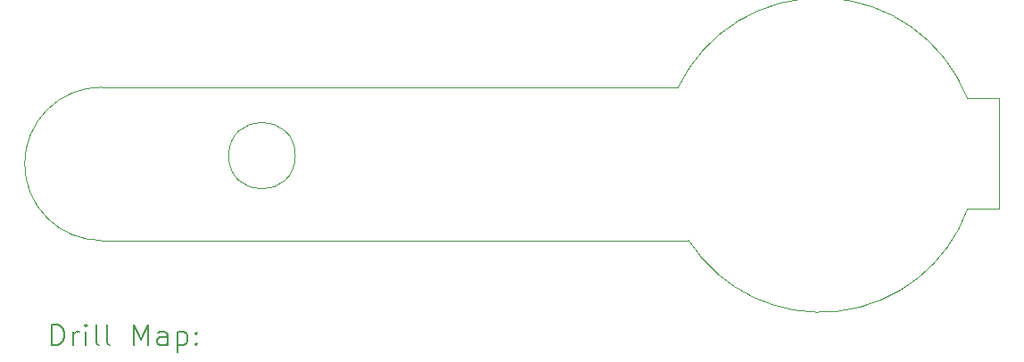
<source format=gbr>
%TF.GenerationSoftware,KiCad,Pcbnew,9.0.1*%
%TF.CreationDate,2025-06-02T10:33:23+09:00*%
%TF.ProjectId,Project 1 LED Torch,50726f6a-6563-4742-9031-204c45442054,1*%
%TF.SameCoordinates,Original*%
%TF.FileFunction,Drillmap*%
%TF.FilePolarity,Positive*%
%FSLAX45Y45*%
G04 Gerber Fmt 4.5, Leading zero omitted, Abs format (unit mm)*
G04 Created by KiCad (PCBNEW 9.0.1) date 2025-06-02 10:33:23*
%MOMM*%
%LPD*%
G01*
G04 APERTURE LIST*
%ADD10C,0.050000*%
%ADD11C,0.200000*%
G04 APERTURE END LIST*
D10*
X9027500Y-9700000D02*
X14500719Y-9700346D01*
X9025000Y-11155004D02*
G75*
G02*
X9027500Y-9700000I0J727504D01*
G01*
X17550000Y-9800000D02*
X17450000Y-9800000D01*
X17550000Y-10850000D02*
X17550000Y-9800000D01*
X17450000Y-10850000D02*
X17550000Y-10850000D01*
X17242878Y-9800000D02*
X17450000Y-9800000D01*
X17250187Y-10850000D02*
X17450000Y-10850000D01*
X17250187Y-10850000D02*
G75*
G02*
X14600000Y-11155000I-1400187J500000D01*
G01*
X14500719Y-9700346D02*
G75*
G02*
X17242878Y-9800000I1349281J-649654D01*
G01*
X9025000Y-11155000D02*
X14600000Y-11155000D01*
X10866228Y-10350000D02*
G75*
G02*
X10233772Y-10350000I-316228J0D01*
G01*
X10233772Y-10350000D02*
G75*
G02*
X10866228Y-10350000I316228J0D01*
G01*
D11*
X8555773Y-12150767D02*
X8555773Y-11950767D01*
X8555773Y-11950767D02*
X8603392Y-11950767D01*
X8603392Y-11950767D02*
X8631963Y-11960291D01*
X8631963Y-11960291D02*
X8651011Y-11979339D01*
X8651011Y-11979339D02*
X8660534Y-11998386D01*
X8660534Y-11998386D02*
X8670058Y-12036481D01*
X8670058Y-12036481D02*
X8670058Y-12065053D01*
X8670058Y-12065053D02*
X8660534Y-12103148D01*
X8660534Y-12103148D02*
X8651011Y-12122196D01*
X8651011Y-12122196D02*
X8631963Y-12141243D01*
X8631963Y-12141243D02*
X8603392Y-12150767D01*
X8603392Y-12150767D02*
X8555773Y-12150767D01*
X8755773Y-12150767D02*
X8755773Y-12017434D01*
X8755773Y-12055529D02*
X8765296Y-12036481D01*
X8765296Y-12036481D02*
X8774820Y-12026958D01*
X8774820Y-12026958D02*
X8793868Y-12017434D01*
X8793868Y-12017434D02*
X8812915Y-12017434D01*
X8879582Y-12150767D02*
X8879582Y-12017434D01*
X8879582Y-11950767D02*
X8870058Y-11960291D01*
X8870058Y-11960291D02*
X8879582Y-11969815D01*
X8879582Y-11969815D02*
X8889106Y-11960291D01*
X8889106Y-11960291D02*
X8879582Y-11950767D01*
X8879582Y-11950767D02*
X8879582Y-11969815D01*
X9003392Y-12150767D02*
X8984344Y-12141243D01*
X8984344Y-12141243D02*
X8974820Y-12122196D01*
X8974820Y-12122196D02*
X8974820Y-11950767D01*
X9108153Y-12150767D02*
X9089106Y-12141243D01*
X9089106Y-12141243D02*
X9079582Y-12122196D01*
X9079582Y-12122196D02*
X9079582Y-11950767D01*
X9336725Y-12150767D02*
X9336725Y-11950767D01*
X9336725Y-11950767D02*
X9403392Y-12093624D01*
X9403392Y-12093624D02*
X9470058Y-11950767D01*
X9470058Y-11950767D02*
X9470058Y-12150767D01*
X9651011Y-12150767D02*
X9651011Y-12046005D01*
X9651011Y-12046005D02*
X9641487Y-12026958D01*
X9641487Y-12026958D02*
X9622439Y-12017434D01*
X9622439Y-12017434D02*
X9584344Y-12017434D01*
X9584344Y-12017434D02*
X9565296Y-12026958D01*
X9651011Y-12141243D02*
X9631963Y-12150767D01*
X9631963Y-12150767D02*
X9584344Y-12150767D01*
X9584344Y-12150767D02*
X9565296Y-12141243D01*
X9565296Y-12141243D02*
X9555773Y-12122196D01*
X9555773Y-12122196D02*
X9555773Y-12103148D01*
X9555773Y-12103148D02*
X9565296Y-12084100D01*
X9565296Y-12084100D02*
X9584344Y-12074577D01*
X9584344Y-12074577D02*
X9631963Y-12074577D01*
X9631963Y-12074577D02*
X9651011Y-12065053D01*
X9746249Y-12017434D02*
X9746249Y-12217434D01*
X9746249Y-12026958D02*
X9765296Y-12017434D01*
X9765296Y-12017434D02*
X9803392Y-12017434D01*
X9803392Y-12017434D02*
X9822439Y-12026958D01*
X9822439Y-12026958D02*
X9831963Y-12036481D01*
X9831963Y-12036481D02*
X9841487Y-12055529D01*
X9841487Y-12055529D02*
X9841487Y-12112672D01*
X9841487Y-12112672D02*
X9831963Y-12131719D01*
X9831963Y-12131719D02*
X9822439Y-12141243D01*
X9822439Y-12141243D02*
X9803392Y-12150767D01*
X9803392Y-12150767D02*
X9765296Y-12150767D01*
X9765296Y-12150767D02*
X9746249Y-12141243D01*
X9927201Y-12131719D02*
X9936725Y-12141243D01*
X9936725Y-12141243D02*
X9927201Y-12150767D01*
X9927201Y-12150767D02*
X9917677Y-12141243D01*
X9917677Y-12141243D02*
X9927201Y-12131719D01*
X9927201Y-12131719D02*
X9927201Y-12150767D01*
X9927201Y-12026958D02*
X9936725Y-12036481D01*
X9936725Y-12036481D02*
X9927201Y-12046005D01*
X9927201Y-12046005D02*
X9917677Y-12036481D01*
X9917677Y-12036481D02*
X9927201Y-12026958D01*
X9927201Y-12026958D02*
X9927201Y-12046005D01*
M02*

</source>
